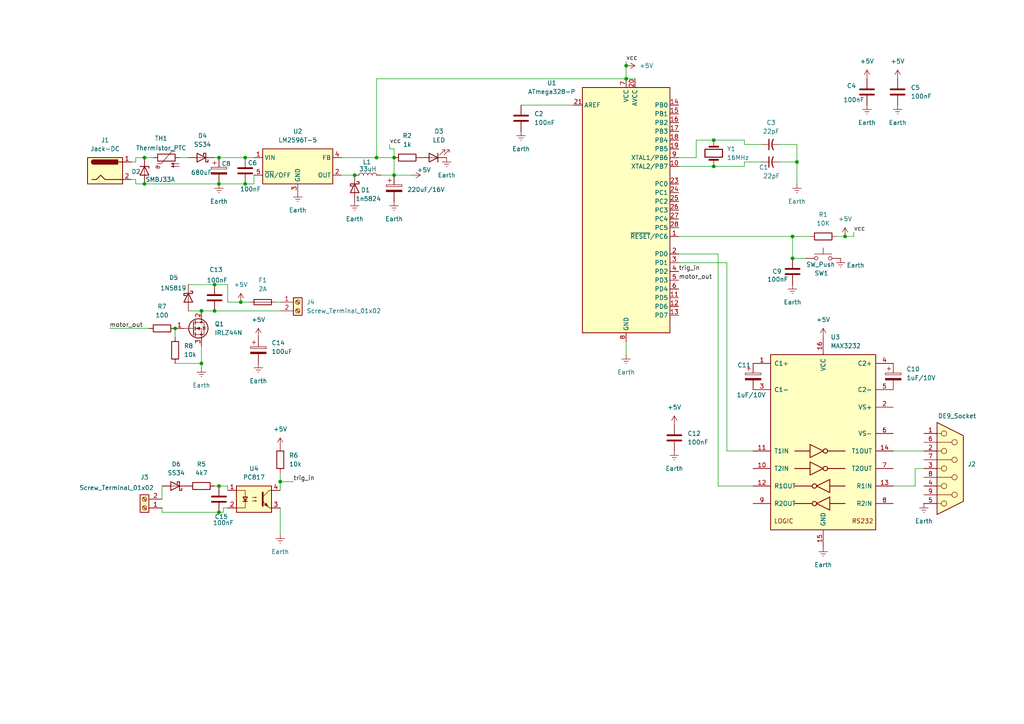
<source format=kicad_sch>
(kicad_sch (version 20250114) (generator "eeschema") (generator_version "9.0")
  (paper "A4")
  (title_block (title "Projeto de Controle com Microcontrolador") (date "2025-09-01") (company "Sillion"))
  (lib_symbols
    (symbol "Connector:DE9_Socket" (pin_names (offset 1.016) (hide yes))
      (property "Reference" "J" (at 0 13.97 0))
      (property "Value" "DE9_Socket" (at 0 -14.605 0))
      (symbol "DE9_Socket_0_1"
        (polyline (pts (xy -3.81 13.335) (xy -3.81 -13.335) (xy 3.81 -9.525) (xy 3.81 9.525) (xy -3.81 13.335)) (stroke (width 0.254)) (fill (type background)))
        (polyline (pts (xy -3.81 10.16) (xy -2.54 10.16)))
        (polyline (pts (xy -3.81 7.62) (xy 0.508 7.62)))
        (polyline (pts (xy -3.81 5.08) (xy -2.54 5.08)))
        (polyline (pts (xy -3.81 2.54) (xy 0.508 2.54)))
        (polyline (pts (xy -3.81 0) (xy -2.54 0)))
        (polyline (pts (xy -3.81 -2.54) (xy 0.508 -2.54)))
        (polyline (pts (xy -3.81 -5.08) (xy -2.54 -5.08)))
        (polyline (pts (xy -3.81 -7.62) (xy 0.508 -7.62)))
        (polyline (pts (xy -3.81 -10.16) (xy -2.54 -10.16)))
        (circle (center -1.778 10.16) (radius 0.762))
        (circle (center -1.778 5.08) (radius 0.762))
        (circle (center -1.778 0) (radius 0.762))
        (circle (center -1.778 -5.08) (radius 0.762))
        (circle (center -1.778 -10.16) (radius 0.762))
        (circle (center 1.27 7.62) (radius 0.762))
        (circle (center 1.27 2.54) (radius 0.762))
        (circle (center 1.27 -2.54) (radius 0.762))
        (circle (center 1.27 -7.62) (radius 0.762))
      )
      (symbol "DE9_Socket_1_1"
        (pin passive line (at -7.62 10.16 0) (length 3.81) (name "1") (number "1"))
        (pin passive line (at -7.62 7.62 0) (length 3.81) (name "6") (number "6"))
        (pin passive line (at -7.62 5.08 0) (length 3.81) (name "2") (number "2"))
        (pin passive line (at -7.62 2.54 0) (length 3.81) (name "7") (number "7"))
        (pin passive line (at -7.62 0 0) (length 3.81) (name "3") (number "3"))
        (pin passive line (at -7.62 -2.54 0) (length 3.81) (name "8") (number "8"))
        (pin passive line (at -7.62 -5.08 0) (length 3.81) (name "4") (number "4"))
        (pin passive line (at -7.62 -7.62 0) (length 3.81) (name "9") (number "9"))
        (pin passive line (at -7.62 -10.16 0) (length 3.81) (name "5") (number "5"))
      )
    )
    (symbol "Connector:Jack-DC" (pin_names (offset 1.016))
      (property "Reference" "J" (at 0 5.334 0))
      (property "Value" "Jack-DC" (at 0 -5.08 0))
      (symbol "Jack-DC_0_1"
        (rectangle (start -5.08 3.81) (end 5.08 -3.81) (stroke (width 0.254)) (fill (type background)))
        (polyline (pts (xy -3.81 -2.54) (xy -2.54 -2.54) (xy -1.27 -1.27) (xy 0 -2.54) (xy 2.54 -2.54) (xy 5.08 -2.54)) (stroke (width 0.254)))
        (arc (start -3.302 1.905) (mid -3.9343 2.54) (end -3.302 3.175) (stroke (width 0.254)))
        (arc (start -3.302 1.905) (mid -3.9343 2.54) (end -3.302 3.175) (stroke (width 0.254)) (fill (type outline)))
        (rectangle (start 3.683 3.175) (end -3.302 1.905) (stroke (width 0.254)) (fill (type outline)))
        (polyline (pts (xy 5.08 2.54) (xy 3.81 2.54)) (stroke (width 0.254)))
      )
      (symbol "Jack-DC_1_1"
        (pin passive line (at 7.62 2.54 180) (length 2.54) (name "~") (number "1"))
        (pin passive line (at 7.62 -2.54 180) (length 2.54) (name "~") (number "2"))
      )
    )
    (symbol "Connector:Screw_Terminal_01x02" (pin_names (offset 1.016) (hide yes))
      (property "Reference" "J" (at 0 2.54 0))
      (property "Value" "Screw_Terminal_01x02" (at 0 -5.08 0))
      (symbol "Screw_Terminal_01x02_1_1"
        (rectangle (start -1.27 1.27) (end 1.27 -3.81) (stroke (width 0.254)) (fill (type background)))
        (polyline (pts (xy -0.5334 0.3302) (xy 0.3302 -0.508)) (stroke (width 0.1524)))
        (polyline (pts (xy -0.5334 -2.2098) (xy 0.3302 -3.048)) (stroke (width 0.1524)))
        (polyline (pts (xy -0.3556 0.508) (xy 0.508 -0.3302)) (stroke (width 0.1524)))
        (polyline (pts (xy -0.3556 -2.032) (xy 0.508 -2.8702)) (stroke (width 0.1524)))
        (circle (center 0 0) (radius 0.635) (stroke (width 0.1524)))
        (circle (center 0 -2.54) (radius 0.635) (stroke (width 0.1524)))
        (pin passive line (at -5.08 0 0) (length 3.81) (name "Pin_1") (number "1"))
        (pin passive line (at -5.08 -2.54 0) (length 3.81) (name "Pin_2") (number "2"))
      )
    )
    (symbol "Device:C" (pin_numbers (hide yes)) (pin_names (offset 0.254))
      (property "Reference" "C" (at 0.635 2.54 0))
      (property "Value" "C" (at 0.635 -2.54 0))
      (symbol "C_0_1"
        (polyline (pts (xy -2.032 0.762) (xy 2.032 0.762)) (stroke (width 0.508)))
        (polyline (pts (xy -2.032 -0.762) (xy 2.032 -0.762)) (stroke (width 0.508)))
      )
      (symbol "C_1_1"
        (pin passive line (at 0 3.81 270) (length 2.794) (name "~") (number "1"))
        (pin passive line (at 0 -3.81 90) (length 2.794) (name "~") (number "2"))
      )
    )
    (symbol "Device:C_Polarized" (pin_numbers (hide yes)) (pin_names (offset 0.254))
      (property "Reference" "C" (at 0.635 2.54 0))
      (property "Value" "C_Polarized" (at 0.635 -2.54 0))
      (symbol "C_Polarized_0_1"
        (rectangle (start -2.286 0.508) (end 2.286 1.016))
        (polyline (pts (xy -1.778 2.286) (xy -0.762 2.286)))
        (polyline (pts (xy -1.27 2.794) (xy -1.27 1.778)))
        (rectangle (start 2.286 -0.508) (end -2.286 -1.016) (fill (type outline)))
      )
      (symbol "C_Polarized_1_1"
        (pin passive line (at 0 3.81 270) (length 2.794) (name "~") (number "1"))
        (pin passive line (at 0 -3.81 90) (length 2.794) (name "~") (number "2"))
      )
    )
    (symbol "Device:C_Small_US" (pin_numbers (hide yes)) (pin_names (offset 0.254) (hide yes))
      (property "Reference" "C" (at 0.254 1.778 0))
      (property "Value" "C_Small_US" (at 0.254 -2.032 0))
      (symbol "C_Small_US_0_1"
        (polyline (pts (xy -1.524 0.508) (xy 1.524 0.508)) (stroke (width 0.3048)))
        (arc (start -1.524 -0.762) (mid 0 -0.3734) (end 1.524 -0.762) (stroke (width 0.3048)))
      )
      (symbol "C_Small_US_1_1"
        (pin passive line (at 0 2.54 270) (length 2.032) (name "~") (number "1"))
        (pin passive line (at 0 -2.54 90) (length 2.032) (name "~") (number "2"))
      )
    )
    (symbol "Device:Crystal" (pin_numbers (hide yes)) (pin_names (offset 1.016) (hide yes))
      (property "Reference" "Y" (at 0 3.81 0))
      (property "Value" "Crystal" (at 0 -3.81 0))
      (symbol "Crystal_0_1"
        (polyline (pts (xy -2.54 0) (xy -1.905 0)))
        (polyline (pts (xy -1.905 -1.27) (xy -1.905 1.27)) (stroke (width 0.508)))
        (rectangle (start -1.143 2.54) (end 1.143 -2.54) (stroke (width 0.3048)))
        (polyline (pts (xy 1.905 -1.27) (xy 1.905 1.27)) (stroke (width 0.508)))
        (polyline (pts (xy 2.54 0) (xy 1.905 0)))
      )
      (symbol "Crystal_1_1"
        (pin passive line (at -3.81 0 0) (length 1.27) (name "1") (number "1"))
        (pin passive line (at 3.81 0 180) (length 1.27) (name "2") (number "2"))
      )
    )
    (symbol "Device:D_Schottky" (pin_numbers (hide yes)) (pin_names (offset 1.016) (hide yes))
      (property "Reference" "D" (at 0 2.54 0))
      (property "Value" "D_Schottky" (at 0 -2.54 0))
      (symbol "D_Schottky_0_1"
        (polyline (pts (xy -1.905 0.635) (xy -1.905 1.27) (xy -1.27 1.27) (xy -1.27 -1.27) (xy -0.635 -1.27) (xy -0.635 -0.635)) (stroke (width 0.254)))
        (polyline (pts (xy 1.27 1.27) (xy 1.27 -1.27) (xy -1.27 0) (xy 1.27 1.27)) (stroke (width 0.254)))
        (polyline (pts (xy 1.27 0) (xy -1.27 0)))
      )
      (symbol "D_Schottky_1_1"
        (pin passive line (at -3.81 0 0) (length 2.54) (name "K") (number "1"))
        (pin passive line (at 3.81 0 180) (length 2.54) (name "A") (number "2"))
      )
    )
    (symbol "Device:D_Zener" (pin_numbers (hide yes)) (pin_names (offset 1.016) (hide yes))
      (property "Reference" "D" (at 0 2.54 0))
      (property "Value" "D_Zener" (at 0 -2.54 0))
      (symbol "D_Zener_0_1"
        (polyline (pts (xy -1.27 -1.27) (xy -1.27 1.27) (xy -0.762 1.27)) (stroke (width 0.254)))
        (polyline (pts (xy 1.27 0) (xy -1.27 0)))
        (polyline (pts (xy 1.27 -1.27) (xy 1.27 1.27) (xy -1.27 0) (xy 1.27 -1.27)) (stroke (width 0.254)))
      )
      (symbol "D_Zener_1_1"
        (pin passive line (at -3.81 0 0) (length 2.54) (name "K") (number "1"))
        (pin passive line (at 3.81 0 180) (length 2.54) (name "A") (number "2"))
      )
    )
    (symbol "Device:Fuse" (pin_numbers (hide yes)) (pin_names (offset 0))
      (property "Reference" "F" (at 2.032 0 90))
      (property "Value" "Fuse" (at -1.905 0 90))
      (symbol "Fuse_0_1"
        (rectangle (start -0.762 -2.54) (end 0.762 2.54) (stroke (width 0.254)))
        (polyline (pts (xy 0 2.54) (xy 0 -2.54)))
      )
      (symbol "Fuse_1_1"
        (pin passive line (at 0 3.81 270) (length 1.27) (name "~") (number "1"))
        (pin passive line (at 0 -3.81 90) (length 1.27) (name "~") (number "2"))
      )
    )
    (symbol "Device:L" (pin_numbers (hide yes)) (pin_names (offset 1.016) (hide yes))
      (property "Reference" "L" (at -1.27 0 90))
      (property "Value" "L" (at 1.905 0 90))
      (symbol "L_0_1"
        (arc (start 0 2.54) (mid 0.6323 1.905) (end 0 1.27))
        (arc (start 0 1.27) (mid 0.6323 0.635) (end 0 0))
        (arc (start 0 0) (mid 0.6323 -0.635) (end 0 -1.27))
        (arc (start 0 -1.27) (mid 0.6323 -1.905) (end 0 -2.54))
      )
      (symbol "L_1_1"
        (pin passive line (at 0 3.81 270) (length 1.27) (name "1") (number "1"))
        (pin passive line (at 0 -3.81 90) (length 1.27) (name "2") (number "2"))
      )
    )
    (symbol "Device:LED" (pin_numbers (hide yes)) (pin_names (offset 1.016) (hide yes))
      (property "Reference" "D" (at 0 2.54 0))
      (property "Value" "LED" (at 0 -2.54 0))
      (symbol "LED_0_1"
        (polyline (pts (xy -3.048 -0.762) (xy -4.572 -2.286) (xy -3.81 -2.286) (xy -4.572 -2.286) (xy -4.572 -1.524)))
        (polyline (pts (xy -1.778 -0.762) (xy -3.302 -2.286) (xy -2.54 -2.286) (xy -3.302 -2.286) (xy -3.302 -1.524)))
        (polyline (pts (xy -1.27 0) (xy 1.27 0)))
        (polyline (pts (xy -1.27 -1.27) (xy -1.27 1.27)) (stroke (width 0.254)))
        (polyline (pts (xy 1.27 -1.27) (xy 1.27 1.27) (xy -1.27 0) (xy 1.27 -1.27)) (stroke (width 0.254)))
      )
      (symbol "LED_1_1"
        (pin passive line (at -3.81 0 0) (length 2.54) (name "K") (number "1"))
        (pin passive line (at 3.81 0 180) (length 2.54) (name "A") (number "2"))
      )
    )
    (symbol "Device:R" (pin_numbers (hide yes)) (pin_names (offset 0))
      (property "Reference" "R" (at 2.032 0 90))
      (property "Value" "R" (at 0 0 90))
      (symbol "R_0_1"
        (rectangle (start -1.016 -2.54) (end 1.016 2.54) (stroke (width 0.254)))
      )
      (symbol "R_1_1"
        (pin passive line (at 0 3.81 270) (length 1.27) (name "~") (number "1"))
        (pin passive line (at 0 -3.81 90) (length 1.27) (name "~") (number "2"))
      )
    )
    (symbol "Device:Thermistor_PTC" (pin_numbers (hide yes)) (pin_names (offset 0))
      (property "Reference" "TH" (at -4.064 0 90))
      (property "Value" "Thermistor_PTC" (at 3.048 0 90))
      (symbol "Thermistor_PTC_0_1"
        (arc (start -3.175 2.413) (mid -3.0506 2.3165) (end -3.048 2.159))
        (arc (start -3.048 2.794) (mid -2.9736 2.9736) (end -2.794 3.048))
        (arc (start -2.794 3.048) (mid -2.6144 2.9736) (end -2.54 2.794))
        (arc (start -2.794 2.54) (mid -2.9736 2.6144) (end -3.048 2.794))
        (arc (start -2.794 1.905) (mid -2.9736 1.9794) (end -3.048 2.159))
        (arc (start -2.54 2.159) (mid -2.6144 1.9794) (end -2.794 1.905))
        (arc (start -2.159 2.794) (mid -2.434 2.5608) (end -2.794 2.54))
        (polyline (pts (xy -2.54 2.159) (xy -2.54 2.794)))
        (polyline (pts (xy -2.54 -3.683) (xy -2.54 -1.397) (xy -2.794 -2.159) (xy -2.286 -2.159) (xy -2.54 -1.397) (xy -2.54 -1.651)) (fill (type outline)))
        (polyline (pts (xy -1.778 2.54) (xy -1.778 1.524) (xy 1.778 -1.524) (xy 1.778 -2.54)))
        (polyline (pts (xy -1.778 -3.683) (xy -1.778 -1.397) (xy -2.032 -2.159) (xy -1.524 -2.159) (xy -1.778 -1.397) (xy -1.778 -1.651)) (fill (type outline)))
        (rectangle (start -1.016 2.54) (end 1.016 -2.54) (stroke (width 0.254)))
      )
      (symbol "Thermistor_PTC_1_1"
        (pin passive line (at 0 3.81 270) (length 1.27) (name "~") (number "1"))
        (pin passive line (at 0 -3.81 90) (length 1.27) (name "~") (number "2"))
      )
    )
    (symbol "Diode:1N5819" (pin_numbers (hide yes)) (pin_names (offset 1.016) (hide yes))
      (property "Reference" "D" (at 0 2.54 0))
      (property "Value" "1N5819" (at 0 -2.54 0))
      (symbol "1N5819_0_1"
        (polyline (pts (xy -1.905 0.635) (xy -1.905 1.27) (xy -1.27 1.27) (xy -1.27 -1.27) (xy -0.635 -1.27) (xy -0.635 -0.635)) (stroke (width 0.254)))
        (polyline (pts (xy 1.27 1.27) (xy 1.27 -1.27) (xy -1.27 0) (xy 1.27 1.27)) (stroke (width 0.254)))
        (polyline (pts (xy 1.27 0) (xy -1.27 0)))
      )
      (symbol "1N5819_1_1"
        (pin passive line (at -3.81 0 0) (length 2.54) (name "K") (number "1"))
        (pin passive line (at 3.81 0 180) (length 2.54) (name "A") (number "2"))
      )
    )
    (symbol "Diode:SS34" (pin_numbers (hide yes)) (pin_names (offset 1.016) (hide yes))
      (property "Reference" "D" (at 0 2.54 0))
      (property "Value" "SS34" (at 0 -2.54 0))
      (symbol "SS34_0_1"
        (polyline (pts (xy -1.905 0.635) (xy -1.905 1.27) (xy -1.27 1.27) (xy -1.27 -1.27) (xy -0.635 -1.27) (xy -0.635 -0.635)) (stroke (width 0.254)))
        (polyline (pts (xy 1.27 1.27) (xy 1.27 -1.27) (xy -1.27 0) (xy 1.27 1.27)) (stroke (width 0.254)))
        (polyline (pts (xy 1.27 0) (xy -1.27 0)))
      )
      (symbol "SS34_1_1"
        (pin passive line (at -3.81 0 0) (length 2.54) (name "K") (number "1"))
        (pin passive line (at 3.81 0 180) (length 2.54) (name "A") (number "2"))
      )
    )
    (symbol "Interface_UART:MAX3232" (pin_names (offset 1.016))
      (property "Reference" "U" (at -2.54 28.575 0))
      (property "Value" "MAX3232" (at -2.54 26.67 0))
      (symbol "MAX3232_0_0"
        (text "LOGIC" (at -11.43 -22.86 0) (effects (font (size 1.27 1.27))))
        (text "RS232" (at 11.43 -22.86 0) (effects (font (size 1.27 1.27))))
      )
      (symbol "MAX3232_0_1"
        (rectangle (start -15.24 -25.4) (end 15.24 25.4) (stroke (width 0.254)) (fill (type background)))
        (polyline (pts (xy -3.81 -0.635) (xy -3.81 -4.445) (xy 0 -2.54) (xy -3.81 -0.635)) (stroke (width 0.254)))
        (polyline (pts (xy -3.81 -2.54) (xy -8.255 -2.54)) (stroke (width 0.254)))
        (polyline (pts (xy -3.81 -5.715) (xy -3.81 -9.525) (xy 0 -7.62) (xy -3.81 -5.715)) (stroke (width 0.254)))
        (polyline (pts (xy -3.81 -7.62) (xy -8.255 -7.62)) (stroke (width 0.254)))
        (polyline (pts (xy -3.175 -12.7) (xy -8.255 -12.7)) (stroke (width 0.254)))
        (polyline (pts (xy -3.175 -17.78) (xy -8.255 -17.78)) (stroke (width 0.254)))
        (circle (center -2.54 -12.7) (radius 0.635) (stroke (width 0.254)))
        (circle (center -2.54 -17.78) (radius 0.635) (stroke (width 0.254)))
        (circle (center 0.635 -2.54) (radius 0.635) (stroke (width 0.254)))
        (circle (center 0.635 -7.62) (radius 0.635) (stroke (width 0.254)))
        (polyline (pts (xy 1.27 -2.54) (xy 6.35 -2.54)) (stroke (width 0.254)))
        (polyline (pts (xy 1.27 -7.62) (xy 6.35 -7.62)) (stroke (width 0.254)))
        (polyline (pts (xy 1.905 -10.795) (xy 1.905 -14.605) (xy -1.905 -12.7) (xy 1.905 -10.795)) (stroke (width 0.254)))
        (polyline (pts (xy 1.905 -12.7) (xy 6.35 -12.7)) (stroke (width 0.254)))
        (polyline (pts (xy 1.905 -15.875) (xy 1.905 -19.685) (xy -1.905 -17.78) (xy 1.905 -15.875)) (stroke (width 0.254)))
        (polyline (pts (xy 1.905 -17.78) (xy 6.35 -17.78)) (stroke (width 0.254)))
      )
      (symbol "MAX3232_1_1"
        (pin passive line (at -20.32 22.86 0) (length 5.08) (name "C1+") (number "1"))
        (pin passive line (at -20.32 15.24 0) (length 5.08) (name "C1-") (number "3"))
        (pin input line (at -20.32 -2.54 0) (length 5.08) (name "T1IN") (number "11"))
        (pin input line (at -20.32 -7.62 0) (length 5.08) (name "T2IN") (number "10"))
        (pin output line (at -20.32 -12.7 0) (length 5.08) (name "R1OUT") (number "12"))
        (pin output line (at -20.32 -17.78 0) (length 5.08) (name "R2OUT") (number "9"))
        (pin power_in line (at 0 30.48 270) (length 5.08) (name "VCC") (number "16"))
        (pin power_in line (at 0 -30.48 90) (length 5.08) (name "GND") (number "15"))
        (pin passive line (at 20.32 22.86 180) (length 5.08) (name "C2+") (number "4"))
        (pin passive line (at 20.32 15.24 180) (length 5.08) (name "C2-") (number "5"))
        (pin power_out line (at 20.32 10.16 180) (length 5.08) (name "VS+") (number "2"))
        (pin power_out line (at 20.32 2.54 180) (length 5.08) (name "VS-") (number "6"))
        (pin output line (at 20.32 -2.54 180) (length 5.08) (name "T1OUT") (number "14"))
        (pin output line (at 20.32 -7.62 180) (length 5.08) (name "T2OUT") (number "7"))
        (pin input line (at 20.32 -12.7 180) (length 5.08) (name "R1IN") (number "13"))
        (pin input line (at 20.32 -17.78 180) (length 5.08) (name "R2IN") (number "8"))
      )
    )
    (symbol "Isolator:PC817" (pin_names (offset 1.016))
      (property "Reference" "U" (at -5.08 5.08 0))
      (property "Value" "PC817" (at 0 5.08 0))
      (symbol "PC817_0_1"
        (rectangle (start -5.08 3.81) (end 5.08 -3.81) (stroke (width 0.254)) (fill (type background)))
        (polyline (pts (xy -5.08 2.54) (xy -2.54 2.54) (xy -2.54 -0.635)))
        (polyline (pts (xy -3.175 -0.635) (xy -1.905 -0.635)) (stroke (width 0.254)))
        (polyline (pts (xy -2.54 -0.635) (xy -2.54 -2.54) (xy -5.08 -2.54)))
        (polyline (pts (xy -2.54 -0.635) (xy -3.175 0.635) (xy -1.905 0.635) (xy -2.54 -0.635)) (stroke (width 0.254)))
        (polyline (pts (xy -0.508 0.508) (xy 0.762 0.508) (xy 0.381 0.381) (xy 0.381 0.635) (xy 0.762 0.508)))
        (polyline (pts (xy -0.508 -0.508) (xy 0.762 -0.508) (xy 0.381 -0.635) (xy 0.381 -0.381) (xy 0.762 -0.508)))
        (polyline (pts (xy 2.54 1.905) (xy 2.54 -1.905)) (stroke (width 0.508)))
        (polyline (pts (xy 2.54 0.635) (xy 4.445 2.54)))
        (polyline (pts (xy 3.048 -1.651) (xy 3.556 -1.143) (xy 4.064 -2.159) (xy 3.048 -1.651)) (fill (type outline)))
        (polyline (pts (xy 4.445 2.54) (xy 5.08 2.54)))
        (polyline (pts (xy 4.445 -2.54) (xy 2.54 -0.635)) (fill (type outline)))
        (polyline (pts (xy 4.445 -2.54) (xy 5.08 -2.54)))
      )
      (symbol "PC817_1_1"
        (pin passive line (at -7.62 2.54 0) (length 2.54) (name "~") (number "1"))
        (pin passive line (at -7.62 -2.54 0) (length 2.54) (name "~") (number "2"))
        (pin passive line (at 7.62 2.54 180) (length 2.54) (name "~") (number "4"))
        (pin passive line (at 7.62 -2.54 180) (length 2.54) (name "~") (number "3"))
      )
    )
    (symbol "MCU_Microchip_ATmega:ATmega328-P"
      (property "Reference" "U" (at -12.7 36.83 0))
      (property "Value" "ATmega328-P" (at 2.54 -36.83 0))
      (symbol "ATmega328-P_0_1"
        (rectangle (start -12.7 -35.56) (end 12.7 35.56) (stroke (width 0.254)) (fill (type background)))
      )
      (symbol "ATmega328-P_1_1"
        (pin passive line (at -15.24 30.48 0) (length 2.54) (name "AREF") (number "21"))
        (pin power_in line (at 0 38.1 270) (length 2.54) (name "VCC") (number "7"))
        (pin passive line (at 0 -38.1 90) (length 2.54) (hide yes) (name "GND") (number "22"))
        (pin power_in line (at 0 -38.1 90) (length 2.54) (name "GND") (number "8"))
        (pin power_in line (at 2.54 38.1 270) (length 2.54) (name "AVCC") (number "20"))
        (pin bidirectional line (at 15.24 30.48 180) (length 2.54) (name "PB0") (number "14"))
        (pin bidirectional line (at 15.24 27.94 180) (length 2.54) (name "PB1") (number "15"))
        (pin bidirectional line (at 15.24 25.4 180) (length 2.54) (name "PB2") (number "16"))
        (pin bidirectional line (at 15.24 22.86 180) (length 2.54) (name "PB3") (number "17"))
        (pin bidirectional line (at 15.24 20.32 180) (length 2.54) (name "PB4") (number "18"))
        (pin bidirectional line (at 15.24 17.78 180) (length 2.54) (name "PB5") (number "19"))
        (pin bidirectional line (at 15.24 15.24 180) (length 2.54) (name "XTAL1/PB6") (number "9"))
        (pin bidirectional line (at 15.24 12.7 180) (length 2.54) (name "XTAL2/PB7") (number "10"))
        (pin bidirectional line (at 15.24 7.62 180) (length 2.54) (name "PC0") (number "23"))
        (pin bidirectional line (at 15.24 5.08 180) (length 2.54) (name "PC1") (number "24"))
        (pin bidirectional line (at 15.24 2.54 180) (length 2.54) (name "PC2") (number "25"))
        (pin bidirectional line (at 15.24 0 180) (length 2.54) (name "PC3") (number "26"))
        (pin bidirectional line (at 15.24 -2.54 180) (length 2.54) (name "PC4") (number "27"))
        (pin bidirectional line (at 15.24 -5.08 180) (length 2.54) (name "PC5") (number "28"))
        (pin bidirectional line (at 15.24 -7.62 180) (length 2.54) (name "~{RESET}/PC6") (number "1"))
        (pin bidirectional line (at 15.24 -12.7 180) (length 2.54) (name "PD0") (number "2"))
        (pin bidirectional line (at 15.24 -15.24 180) (length 2.54) (name "PD1") (number "3"))
        (pin bidirectional line (at 15.24 -17.78 180) (length 2.54) (name "PD2") (number "4"))
        (pin bidirectional line (at 15.24 -20.32 180) (length 2.54) (name "PD3") (number "5"))
        (pin bidirectional line (at 15.24 -22.86 180) (length 2.54) (name "PD4") (number "6"))
        (pin bidirectional line (at 15.24 -25.4 180) (length 2.54) (name "PD5") (number "11"))
        (pin bidirectional line (at 15.24 -27.94 180) (length 2.54) (name "PD6") (number "12"))
        (pin bidirectional line (at 15.24 -30.48 180) (length 2.54) (name "PD7") (number "13"))
      )
    )
    (symbol "Regulator_Switching:LM2596T-5"
      (property "Reference" "U" (at -10.16 6.35 0))
      (property "Value" "LM2596T-5" (at 0 6.35 0))
      (symbol "LM2596T-5_0_1"
        (rectangle (start -10.16 5.08) (end 10.16 -5.08) (stroke (width 0.254)) (fill (type background)))
      )
      (symbol "LM2596T-5_1_1"
        (pin power_in line (at -12.7 2.54 0) (length 2.54) (name "VIN") (number "1"))
        (pin input line (at -12.7 -2.54 0) (length 2.54) (name "~{ON}/OFF") (number "5"))
        (pin power_in line (at 0 -7.62 90) (length 2.54) (name "GND") (number "3"))
        (pin input line (at 12.7 2.54 180) (length 2.54) (name "FB") (number "4"))
        (pin output line (at 12.7 -2.54 180) (length 2.54) (name "OUT") (number "2"))
      )
    )
    (symbol "Switch:SW_Push" (pin_numbers (hide yes)) (pin_names (offset 1.016) (hide yes))
      (property "Reference" "SW" (at 1.27 2.54 0))
      (property "Value" "SW_Push" (at 0 -1.524 0))
      (symbol "SW_Push_0_1"
        (circle (center -2.032 0) (radius 0.508))
        (polyline (pts (xy 0 1.27) (xy 0 3.048)))
        (circle (center 2.032 0) (radius 0.508))
        (polyline (pts (xy 2.54 1.27) (xy -2.54 1.27)))
        (pin passive line (at -5.08 0 0) (length 2.54) (name "1") (number "1"))
        (pin passive line (at 5.08 0 180) (length 2.54) (name "2") (number "2"))
      )
    )
    (symbol "Transistor_FET:IRLZ44N" (pin_names (hide yes))
      (property "Reference" "Q" (at 5.08 1.905 0))
      (property "Value" "IRLZ44N" (at 5.08 0 0))
      (symbol "IRLZ44N_0_1"
        (polyline (pts (xy 0.254 1.905) (xy 0.254 -1.905)) (stroke (width 0.254)))
        (polyline (pts (xy 0.254 0) (xy -2.54 0)))
        (polyline (pts (xy 0.762 2.286) (xy 0.762 1.27)) (stroke (width 0.254)))
        (polyline (pts (xy 0.762 0.508) (xy 0.762 -0.508)) (stroke (width 0.254)))
        (polyline (pts (xy 0.762 -1.27) (xy 0.762 -2.286)) (stroke (width 0.254)))
        (polyline (pts (xy 0.762 -1.778) (xy 3.302 -1.778) (xy 3.302 1.778) (xy 0.762 1.778)))
        (polyline (pts (xy 1.016 0) (xy 2.032 0.381) (xy 2.032 -0.381) (xy 1.016 0)) (fill (type outline)))
        (circle (center 1.651 0) (radius 2.794) (stroke (width 0.254)))
        (polyline (pts (xy 2.54 2.54) (xy 2.54 1.778)))
        (circle (center 2.54 1.778) (radius 0.254) (fill (type outline)))
        (circle (center 2.54 -1.778) (radius 0.254) (fill (type outline)))
        (polyline (pts (xy 2.54 -2.54) (xy 2.54 0) (xy 0.762 0)))
        (polyline (pts (xy 2.794 0.508) (xy 2.921 0.381) (xy 3.683 0.381) (xy 3.81 0.254)))
        (polyline (pts (xy 3.302 0.381) (xy 2.921 -0.254) (xy 3.683 -0.254) (xy 3.302 0.381)))
      )
      (symbol "IRLZ44N_1_1"
        (pin input line (at -5.08 0 0) (length 2.54) (name "G") (number "1"))
        (pin passive line (at 2.54 5.08 270) (length 2.54) (name "D") (number "2"))
        (pin passive line (at 2.54 -5.08 90) (length 2.54) (name "S") (number "3"))
      )
    )
    (symbol "power:+5V" (power) (pin_numbers (hide yes)) (pin_names (offset 0) (hide yes))
      (property "Value" "+5V" (at 0 3.556 0))
      (symbol "+5V_0_1"
        (polyline (pts (xy -0.762 1.27) (xy 0 2.54)))
        (polyline (pts (xy 0 2.54) (xy 0.762 1.27)))
        (polyline (pts (xy 0 0) (xy 0 2.54)))
      )
      (symbol "+5V_1_1"
        (pin power_in line (at 0 0 90) (length 0) (name "~") (number "1"))
      )
    )
    (symbol "power:Earth" (power) (pin_numbers (hide yes)) (pin_names (offset 0) (hide yes))
      (property "Value" "Earth" (at 0 -3.81 0))
      (symbol "Earth_0_1"
        (polyline (pts (xy -0.635 -1.905) (xy 0.635 -1.905)))
        (polyline (pts (xy -0.127 -2.54) (xy 0.127 -2.54)))
        (polyline (pts (xy 0 -1.27) (xy 0 0)))
        (polyline (pts (xy 1.27 -1.27) (xy -1.27 -1.27)))
      )
      (symbol "Earth_1_1"
        (pin power_in line (at 0 0 270) (length 0) (name "~") (number "1"))
      )
    )
  )
  (junction (at 63.5 53.34))
  (junction (at 62.23 82.55))
  (junction (at 231.14 46.99))
  (junction (at 50.8 95.25))
  (junction (at 114.3 50.8))
  (junction (at 245.11 68.58))
  (junction (at 71.12 53.34))
  (junction (at 181.61 19.05))
  (junction (at 63.5 140.97))
  (junction (at 229.87 68.58))
  (junction (at 62.23 90.17))
  (junction (at 71.12 45.72))
  (junction (at 229.87 74.93))
  (junction (at 109.22 45.72))
  (junction (at 102.87 50.8))
  (junction (at 69.85 87.63))
  (junction (at 63.5 148.59))
  (junction (at 81.28 139.7))
  (junction (at 58.42 105.41))
  (junction (at 58.42 90.17))
  (junction (at 181.61 22.86))
  (junction (at 207.01 48.26))
  (junction (at 41.91 53.34))
  (junction (at 207.01 40.64))
  (junction (at 63.5 45.72))
  (junction (at 114.3 45.72))
  (junction (at 41.91 45.72))
  (wire (pts (xy 64.77 148.59) (xy 63.5 148.59)))
  (wire (pts (xy 210.82 130.81) (xy 218.44 130.81)))
  (wire (pts (xy 50.8 95.25) (xy 50.8 97.79)))
  (wire (pts (xy 242.57 68.58) (xy 245.11 68.58)))
  (wire (pts (xy 41.91 53.34) (xy 63.5 53.34)))
  (wire (pts (xy 66.04 87.63) (xy 69.85 87.63)))
  (wire (pts (xy 46.99 148.59) (xy 46.99 147.32)))
  (wire (pts (xy 208.28 73.66) (xy 208.28 140.97)))
  (wire (pts (xy 229.87 68.58) (xy 234.95 68.58)))
  (wire (pts (xy 71.12 45.72) (xy 73.66 45.72)))
  (wire (pts (xy 54.61 90.17) (xy 58.42 90.17)))
  (wire (pts (xy 109.22 45.72) (xy 114.3 45.72)))
  (wire (pts (xy 113.03 41.91) (xy 113.03 43.18)))
  (wire (pts (xy 247.65 67.31) (xy 247.65 68.58)))
  (wire (pts (xy 63.5 148.59) (xy 46.99 148.59)))
  (wire (pts (xy 39.37 52.07) (xy 39.37 53.34)))
  (wire (pts (xy 231.14 46.99) (xy 226.06 46.99)))
  (wire (pts (xy 81.28 139.7) (xy 81.28 142.24)))
  (wire (pts (xy 63.5 45.72) (xy 71.12 45.72)))
  (wire (pts (xy 231.14 41.91) (xy 231.14 46.99)))
  (wire (pts (xy 41.91 45.72) (xy 44.45 45.72)))
  (wire (pts (xy 58.42 105.41) (xy 58.42 106.68)))
  (wire (pts (xy 52.07 45.72) (xy 54.61 45.72)))
  (wire (pts (xy 226.06 41.91) (xy 231.14 41.91)))
  (wire (pts (xy 110.49 50.8) (xy 114.3 50.8)))
  (wire (pts (xy 220.98 41.91) (xy 215.9 41.91)))
  (wire (pts (xy 114.3 45.72) (xy 114.3 50.8)))
  (wire (pts (xy 62.23 45.72) (xy 63.5 45.72)))
  (wire (pts (xy 215.9 46.99) (xy 215.9 48.26)))
  (wire (pts (xy 80.01 87.63) (xy 81.28 87.63)))
  (wire (pts (xy 64.77 147.32) (xy 66.04 147.32)))
  (wire (pts (xy 109.22 22.86) (xy 181.61 22.86)))
  (wire (pts (xy 62.23 82.55) (xy 66.04 82.55)))
  (wire (pts (xy 196.85 73.66) (xy 208.28 73.66)))
  (wire (pts (xy 151.13 30.48) (xy 166.37 30.48)))
  (wire (pts (xy 81.28 147.32) (xy 81.28 154.94)))
  (wire (pts (xy 113.03 43.18) (xy 114.3 43.18)))
  (wire (pts (xy 181.61 19.05) (xy 181.61 22.86)))
  (wire (pts (xy 63.5 140.97) (xy 66.04 140.97)))
  (wire (pts (xy 81.28 139.7) (xy 85.09 139.7)))
  (wire (pts (xy 62.23 140.97) (xy 63.5 140.97)))
  (wire (pts (xy 73.66 50.8) (xy 73.66 53.34)))
  (wire (pts (xy 210.82 76.2) (xy 210.82 130.81)))
  (wire (pts (xy 267.97 135.89) (xy 265.43 135.89)))
  (wire (pts (xy 58.42 100.33) (xy 58.42 105.41)))
  (wire (pts (xy 54.61 82.55) (xy 62.23 82.55)))
  (wire (pts (xy 196.85 45.72) (xy 201.93 45.72)))
  (wire (pts (xy 265.43 140.97) (xy 259.08 140.97)))
  (wire (pts (xy 109.22 22.86) (xy 109.22 45.72)))
  (wire (pts (xy 229.87 74.93) (xy 229.87 68.58)))
  (wire (pts (xy 46.99 140.97) (xy 46.99 144.78)))
  (wire (pts (xy 73.66 53.34) (xy 71.12 53.34)))
  (wire (pts (xy 196.85 48.26) (xy 207.01 48.26)))
  (wire (pts (xy 259.08 130.81) (xy 267.97 130.81)))
  (wire (pts (xy 265.43 135.89) (xy 265.43 140.97)))
  (wire (pts (xy 99.06 45.72) (xy 109.22 45.72)))
  (wire (pts (xy 114.3 50.8) (xy 119.38 50.8)))
  (wire (pts (xy 201.93 45.72) (xy 201.93 40.64)))
  (wire (pts (xy 196.85 68.58) (xy 229.87 68.58)))
  (wire (pts (xy 50.8 105.41) (xy 58.42 105.41)))
  (wire (pts (xy 233.68 74.93) (xy 229.87 74.93)))
  (wire (pts (xy 181.61 17.78) (xy 181.61 19.05)))
  (wire (pts (xy 66.04 82.55) (xy 66.04 87.63)))
  (wire (pts (xy 39.37 46.99) (xy 39.37 45.72)))
  (wire (pts (xy 215.9 40.64) (xy 207.01 40.64)))
  (wire (pts (xy 99.06 50.8) (xy 102.87 50.8)))
  (wire (pts (xy 215.9 48.26) (xy 207.01 48.26)))
  (wire (pts (xy 215.9 41.91) (xy 215.9 40.64)))
  (wire (pts (xy 39.37 53.34) (xy 41.91 53.34)))
  (wire (pts (xy 63.5 53.34) (xy 71.12 53.34)))
  (wire (pts (xy 31.75 95.25) (xy 43.18 95.25)))
  (wire (pts (xy 220.98 46.99) (xy 215.9 46.99)))
  (wire (pts (xy 64.77 147.32) (xy 64.77 148.59)))
  (wire (pts (xy 231.14 46.99) (xy 231.14 53.34)))
  (wire (pts (xy 181.61 99.06) (xy 181.61 102.87)))
  (wire (pts (xy 58.42 90.17) (xy 62.23 90.17)))
  (wire (pts (xy 39.37 45.72) (xy 41.91 45.72)))
  (wire (pts (xy 196.85 76.2) (xy 210.82 76.2)))
  (wire (pts (xy 208.28 140.97) (xy 218.44 140.97)))
  (wire (pts (xy 66.04 140.97) (xy 66.04 142.24)))
  (wire (pts (xy 181.61 22.86) (xy 184.15 22.86)))
  (wire (pts (xy 81.28 137.16) (xy 81.28 139.7)))
  (wire (pts (xy 245.11 68.58) (xy 247.65 68.58)))
  (wire (pts (xy 38.1 46.99) (xy 39.37 46.99)))
  (wire (pts (xy 114.3 43.18) (xy 114.3 45.72)))
  (wire (pts (xy 69.85 87.63) (xy 72.39 87.63)))
  (wire (pts (xy 201.93 40.64) (xy 207.01 40.64)))
  (wire (pts (xy 38.1 52.07) (xy 39.37 52.07)))
  (wire (pts (xy 62.23 90.17) (xy 81.28 90.17)))
  (label "vcc" (at 113.03 41.91 0))
  (label "trig_in" (at 85.09 139.7 0))
  (label "vcc" (at 247.65 67.31 0))
  (label "motor_out" (at 196.85 81.28 0))
  (label "trig_in" (at 196.85 78.74 0))
  (label "motor_out" (at 31.75 95.25 0))
  (label "vcc" (at 181.61 17.78 0))
  (symbol (lib_id "Device:Crystal") (at 207.01 44.45 90) (unit 1)
    (property "Reference" "Y1" (at 210.82 43.1799 90) (effects (justify right)))
    (property "Value" "16MHz" (at 210.82 45.7199 90) (effects (justify right)))
    (property "Footprint" "Crystal:Crystal_HC49-4H_Vertical" (effects (hide yes)))
    (property "Description" "Two pin crystal" (effects (hide yes)))
  )
  (symbol (lib_id "Device:C") (at 260.35 26.67 0) (unit 1)
    (property "Reference" "C5" (at 264.16 25.3999 0) (effects (justify left)))
    (property "Value" "100nF" (at 264.16 27.9399 0) (effects (justify left)))
    (property "Footprint" "Capacitor_THT:C_Disc_D4.3mm_W1.9mm_P5.00mm" (effects (hide yes)))
    (property "Description" "Unpolarized capacitor" (effects (hide yes)))
  )
  (symbol (lib_id "Device:R") (at 81.28 133.35 180) (unit 1)
    (property "Reference" "R6" (at 83.82 132.0799 0) (effects (justify right)))
    (property "Value" "10k" (at 83.82 134.6199 0) (effects (justify right)))
    (property "Footprint" "Resistor_THT:R_Axial_DIN0207_L6.3mm_D2.5mm_P10.16mm_Horizontal" (effects (hide yes)))
    (property "Description" "Resistor" (effects (hide yes)))
  )
  (symbol (lib_id "power:Earth") (at 74.93 105.41 0) (unit 1)
    (property "Reference" "#PWR028" (effects (hide yes)))
    (property "Value" "Earth" (at 74.93 110.49 0))
    (property "Description" "Power symbol creates a global label with name \"Earth\"" (effects (hide yes)))
  )
  (symbol (lib_id "power:Earth") (at 195.58 130.81 0) (unit 1)
    (property "Reference" "#PWR021" (effects (hide yes)))
    (property "Value" "Earth" (at 195.58 135.89 0))
    (property "Description" "Power symbol creates a global label with name \"Earth\"" (effects (hide yes)))
  )
  (symbol (lib_id "Device:C_Small_US") (at 223.52 46.99 90) (unit 1)
    (property "Reference" "C1" (at 221.488 48.514 90))
    (property "Value" "22pF" (at 223.774 51.054 90))
    (property "Footprint" "Capacitor_THT:C_Disc_D4.3mm_W1.9mm_P5.00mm" (effects (hide yes)))
    (property "Description" "capacitor, small US symbol" (effects (hide yes)))
  )
  (symbol (lib_id "power:+5V") (at 81.28 129.54 0) (unit 1)
    (property "Reference" "#PWR024" (effects (hide yes)))
    (property "Value" "+5V" (at 81.28 124.46 0))
    (property "Description" "Power symbol creates a global label with name \"+5V\"" (effects (hide yes)))
  )
  (symbol (lib_id "Diode:SS34") (at 50.8 140.97 180) (unit 1)
    (property "Reference" "D6" (at 51.1175 134.62 0))
    (property "Value" "SS34" (at 51.1175 137.16 0))
    (property "Footprint" "Diode_SMD:D_SMA" (effects (hide yes)))
    (property "Datasheet" "https://www.vishay.com/docs/88751/ss32.pdf" (effects (hide yes)))
    (property "Description" "40V 3A Schottky Diode, SMA" (effects (hide yes)))
  )
  (symbol (lib_id "Device:R") (at 46.99 95.25 270) (unit 1)
    (property "Reference" "R7" (at 46.99 88.9 90))
    (property "Value" "100" (at 46.99 91.44 90))
    (property "Footprint" "Resistor_THT:R_Axial_DIN0207_L6.3mm_D2.5mm_P10.16mm_Horizontal" (effects (hide yes)))
    (property "Description" "Resistor" (effects (hide yes)))
  )
  (symbol (lib_id "Device:R") (at 58.42 140.97 90) (unit 1)
    (property "Reference" "R5" (at 58.42 134.62 90))
    (property "Value" "4k7" (at 58.42 137.16 90))
    (property "Footprint" "Resistor_THT:R_Axial_DIN0207_L6.3mm_D2.5mm_P10.16mm_Horizontal" (effects (hide yes)))
    (property "Description" "Resistor" (effects (hide yes)))
  )
  (symbol (lib_id "Device:C_Polarized") (at 218.44 109.22 0) (unit 1)
    (property "Reference" "C11" (at 213.868 105.918 0) (effects (justify left)))
    (property "Value" "1uF/10V" (at 213.614 114.554 0) (effects (justify left)))
    (property "Footprint" "Capacitor_SMD:C_0805_2012Metric" (effects (hide yes)))
    (property "Description" "Polarized capacitor" (effects (hide yes)))
  )
  (symbol (lib_id "Device:R") (at 238.76 68.58 90) (unit 1)
    (property "Reference" "R1" (at 238.76 62.23 90))
    (property "Value" "10K" (at 238.76 64.77 90))
    (property "Footprint" "Resistor_THT:R_Axial_DIN0207_L6.3mm_D2.5mm_P10.16mm_Horizontal" (effects (hide yes)))
    (property "Description" "Resistor" (effects (hide yes)))
  )
  (symbol (lib_id "Device:D_Schottky") (at 102.87 54.61 270) (unit 1)
    (property "Reference" "D1" (at 104.648 55.118 90) (effects (justify left)))
    (property "Value" "1n5824" (at 103.124 57.658 90) (effects (justify left)))
    (property "Footprint" "Package_TO_SOT_THT:TO-220-2_Vertical" (effects (hide yes)))
    (property "Description" "Schottky diode" (effects (hide yes)))
  )
  (symbol (lib_id "power:Earth") (at 267.97 146.05 0) (unit 1)
    (property "Reference" "#PWR022" (effects (hide yes)))
    (property "Value" "Earth" (at 267.97 151.13 0))
    (property "Description" "Power symbol creates a global label with name \"Earth\"" (effects (hide yes)))
  )
  (symbol (lib_id "power:Earth") (at 243.84 74.93 0) (unit 1)
    (property "Reference" "#PWR06" (effects (hide yes)))
    (property "Value" "Earth" (at 248.158 76.962 0))
    (property "Description" "Power symbol creates a global label with name \"Earth\"" (effects (hide yes)))
  )
  (symbol (lib_id "Device:C") (at 151.13 34.29 0) (unit 1)
    (property "Reference" "C2" (at 154.94 33.0199 0) (effects (justify left)))
    (property "Value" "100nF" (at 154.94 35.5599 0) (effects (justify left)))
    (property "Footprint" "Capacitor_THT:C_Disc_D4.3mm_W1.9mm_P5.00mm" (effects (hide yes)))
    (property "Description" "Unpolarized capacitor" (effects (hide yes)))
  )
  (symbol (lib_id "power:Earth") (at 81.28 154.94 0) (unit 1)
    (property "Reference" "#PWR023" (effects (hide yes)))
    (property "Value" "Earth" (at 81.28 160.02 0))
    (property "Description" "Power symbol creates a global label with name \"Earth\"" (effects (hide yes)))
  )
  (symbol (lib_id "Transistor_FET:IRLZ44N") (at 55.88 95.25 0) (unit 1)
    (property "Reference" "Q1" (at 62.23 93.9799 0) (effects (justify left)))
    (property "Value" "IRLZ44N" (at 62.23 96.5199 0) (effects (justify left)))
    (property "Footprint" "Package_TO_SOT_THT:TO-220-3_Vertical" (effects (hide yes)))
    (property "Datasheet" "http://www.irf.com/product-info/datasheets/data/irlz44n.pdf" (effects (hide yes)))
    (property "Description" "47A Id, 55V Vds, 22mOhm Rds Single N-Channel HEXFET Power MOSFET, TO-220AB" (effects (hide yes)))
  )
  (symbol (lib_id "power:Earth") (at 86.36 55.88 0) (unit 1)
    (property "Reference" "#PWR012" (effects (hide yes)))
    (property "Value" "Earth" (at 86.36 60.96 0))
    (property "Description" "Power symbol creates a global label with name \"Earth\"" (effects (hide yes)))
  )
  (symbol (lib_id "power:Earth") (at 151.13 38.1 0) (unit 1)
    (property "Reference" "#PWR03" (effects (hide yes)))
    (property "Value" "Earth" (at 151.13 43.18 0))
    (property "Description" "Power symbol creates a global label with name \"Earth\"" (effects (hide yes)))
  )
  (symbol (lib_id "Device:Fuse") (at 76.2 87.63 90) (unit 1)
    (property "Reference" "F1" (at 76.2 81.28 90))
    (property "Value" "2A" (at 76.2 83.82 90))
    (property "Footprint" "Fuse:Fuseholder_Clip-5x20mm_Bel_FC-203-22_Lateral_P17.80x5.00mm_D1.17mm_Horizontal" (effects (hide yes)))
    (property "Description" "Fuse" (effects (hide yes)))
  )
  (symbol (lib_id "Device:C") (at 251.46 26.67 0) (unit 1)
    (property "Reference" "C4" (at 245.618 24.892 0) (effects (justify left)))
    (property "Value" "100nF" (at 244.602 28.956 0) (effects (justify left)))
    (property "Footprint" "Capacitor_THT:C_Disc_D4.3mm_W1.9mm_P5.00mm" (effects (hide yes)))
    (property "Description" "Unpolarized capacitor" (effects (hide yes)))
  )
  (symbol (lib_id "Device:R") (at 50.8 101.6 0) (unit 1)
    (property "Reference" "R8" (at 53.34 100.3299 0) (effects (justify left)))
    (property "Value" "10k" (at 53.34 102.8699 0) (effects (justify left)))
    (property "Footprint" "Resistor_THT:R_Axial_DIN0207_L6.3mm_D2.5mm_P10.16mm_Horizontal" (effects (hide yes)))
    (property "Description" "Resistor" (effects (hide yes)))
  )
  (symbol (lib_id "Device:C") (at 195.58 127 0) (unit 1)
    (property "Reference" "C12" (at 199.39 125.7299 0) (effects (justify left)))
    (property "Value" "100nF" (at 199.39 128.2699 0) (effects (justify left)))
    (property "Footprint" "Capacitor_THT:C_Disc_D4.3mm_W1.9mm_P5.00mm" (effects (hide yes)))
    (property "Description" "Unpolarized capacitor" (effects (hide yes)))
  )
  (symbol (lib_id "Device:C_Polarized") (at 74.93 101.6 0) (unit 1)
    (property "Reference" "C14" (at 78.74 99.4409 0) (effects (justify left)))
    (property "Value" "100uF" (at 78.74 101.9809 0) (effects (justify left)))
    (property "Footprint" "Capacitor_THT:CP_Radial_D5.0mm_P2.50mm" (effects (hide yes)))
    (property "Description" "Polarized capacitor" (effects (hide yes)))
  )
  (symbol (lib_id "Connector:Screw_Terminal_01x02") (at 86.36 87.63 0) (unit 1)
    (property "Reference" "J4" (at 88.9 87.6299 0) (effects (justify left)))
    (property "Value" "Screw_Terminal_01x02" (at 88.9 90.1699 0) (effects (justify left)))
    (property "Footprint" "TerminalBlock:TerminalBlock_Altech_AK300-2_P5.00mm" (effects (hide yes)))
    (property "Description" "Generic screw terminal, single row, 01x02, script generated (kicad-library-utils/schlib/autogen/connector/)" (effects (hide yes)))
  )
  (symbol (lib_id "Connector:DE9_Socket") (at 275.59 135.89 0) (unit 1)
    (property "Reference" "J2" (at 280.67 134.6199 0) (effects (justify left)))
    (property "Value" "DE9_Socket" (at 272.034 120.65 0) (effects (justify left)))
    (property "Footprint" "Connector_Dsub:DSUB-9_Socket_Horizontal_P2.77x2.84mm_EdgePinOffset4.94mm_Housed_MountingHolesOffset4.94mm" (effects (hide yes)))
    (property "Description" "9-pin D-SUB connector, socket (female)" (effects (hide yes)))
  )
  (symbol (lib_id "power:Earth") (at 231.14 53.34 0) (unit 1)
    (property "Reference" "#PWR01" (effects (hide yes)))
    (property "Value" "Earth" (at 231.14 58.42 0))
    (property "Description" "Power symbol creates a global label with name \"Earth\"" (effects (hide yes)))
  )
  (symbol (lib_id "Interface_UART:MAX3232") (at 238.76 128.27 0) (unit 1)
    (property "Reference" "U3" (at 240.9033 97.79 0) (effects (justify left)))
    (property "Value" "MAX3232" (at 240.9033 100.33 0) (effects (justify left)))
    (property "Footprint" "Package_SO:JEITA_SOIC-16_3.9x9.9mm_P1.27mm" (effects (hide yes)))
    (property "Datasheet" "https://datasheets.maximintegrated.com/en/ds/MAX3222-MAX3241.pdf" (effects (hide yes)))
    (property "Description" "3.0V to 5.5V, Low-Power, up to 1Mbps, True RS-232 Transceivers Using Four 0.1μF External Capacitors" (effects (hide yes)))
  )
  (symbol (lib_id "power:Earth") (at 229.87 82.55 0) (unit 1)
    (property "Reference" "#PWR017" (effects (hide yes)))
    (property "Value" "Earth" (at 229.87 87.63 0))
    (property "Description" "Power symbol creates a global label with name \"Earth\"" (effects (hide yes)))
  )
  (symbol (lib_id "power:Earth") (at 114.3 58.42 0) (unit 1)
    (property "Reference" "#PWR014" (effects (hide yes)))
    (property "Value" "Earth" (at 114.3 63.5 0))
    (property "Description" "Power symbol creates a global label with name \"Earth\"" (effects (hide yes)))
  )
  (symbol (lib_id "Diode:1N5819") (at 54.61 86.36 270) (unit 1)
    (property "Reference" "D5" (at 49.022 80.518 90) (effects (justify left)))
    (property "Value" "1N5819" (at 46.482 83.566 90) (effects (justify left)))
    (property "Footprint" "Diode_THT:D_DO-41_SOD81_P10.16mm_Horizontal" (effects (hide yes)))
    (property "Datasheet" "http://www.vishay.com/docs/88525/1n5817.pdf" (effects (hide yes)))
    (property "Description" "40V 1A Schottky Barrier Rectifier Diode, DO-41" (effects (hide yes)))
  )
  (symbol (lib_id "power:+5V") (at 195.58 123.19 0) (unit 1)
    (property "Reference" "#PWR020" (effects (hide yes)))
    (property "Value" "+5V" (at 195.58 118.11 0))
    (property "Description" "Power symbol creates a global label with name \"+5V\"" (effects (hide yes)))
  )
  (symbol (lib_id "Switch:SW_Push") (at 238.76 74.93 0) (unit 1)
    (property "Reference" "SW1" (at 238.252 79.248 0))
    (property "Value" "SW_Push" (at 237.998 76.708 0))
    (property "Footprint" "Button_Switch_THT:SW_PUSH_6mm_H5mm" (effects (hide yes)))
    (property "Description" "Push button switch, generic, two pins" (effects (hide yes)))
  )
  (symbol (lib_id "power:+5V") (at 181.61 19.05 270) (unit 1)
    (property "Reference" "#PWR05" (effects (hide yes)))
    (property "Value" "+5V" (at 185.42 19.0499 90) (effects (justify left)))
    (property "Description" "Power symbol creates a global label with name \"+5V\"" (effects (hide yes)))
  )
  (symbol (lib_id "Device:R") (at 118.11 45.72 90) (unit 1)
    (property "Reference" "R2" (at 118.11 39.37 90))
    (property "Value" "1k" (at 118.11 41.91 90))
    (property "Footprint" "Resistor_THT:R_Axial_DIN0207_L6.3mm_D2.5mm_P10.16mm_Horizontal" (effects (hide yes)))
    (property "Description" "Resistor" (effects (hide yes)))
  )
  (symbol (lib_id "Connector:Screw_Terminal_01x02") (at 41.91 147.32 180) (unit 1)
    (property "Reference" "J3" (at 41.91 138.43 0))
    (property "Value" "Screw_Terminal_01x02" (at 33.782 141.478 0))
    (property "Footprint" "TerminalBlock:TerminalBlock_Altech_AK300-2_P5.00mm" (effects (hide yes)))
    (property "Description" "Generic screw terminal, single row, 01x02, script generated (kicad-library-utils/schlib/autogen/connector/)" (effects (hide yes)))
  )
  (symbol (lib_id "power:+5V") (at 260.35 22.86 0) (unit 1)
    (property "Reference" "#PWR08" (effects (hide yes)))
    (property "Value" "+5V" (at 260.35 17.78 0))
    (property "Description" "Power symbol creates a global label with name \"+5V\"" (effects (hide yes)))
  )
  (symbol (lib_id "Regulator_Switching:LM2596T-5") (at 86.36 48.26 0) (unit 1)
    (property "Reference" "U2" (at 86.36 38.1 0))
    (property "Value" "LM2596T-5" (at 86.36 40.64 0))
    (property "Footprint" "Package_TO_SOT_THT:TO-220-5_P3.4x3.7mm_StaggerOdd_Lead3.8mm_Vertical" (effects (hide yes)))
    (property "Datasheet" "http://www.ti.com/lit/ds/symlink/lm2596.pdf" (effects (hide yes)))
    (property "Description" "5V 3A 150kHz Step-Down Voltage Regulator, TO-220" (effects (hide yes)))
  )
  (symbol (lib_id "Device:C") (at 63.5 144.78 0) (unit 1)
    (property "Reference" "C15" (at 62.23 149.86 0) (effects (justify left)))
    (property "Value" "100nF" (at 61.722 151.638 0) (effects (justify left)))
    (property "Footprint" "Capacitor_THT:C_Disc_D4.3mm_W1.9mm_P5.00mm" (effects (hide yes)))
    (property "Description" "Unpolarized capacitor" (effects (hide yes)))
  )
  (symbol (lib_id "power:+5V") (at 69.85 87.63 0) (unit 1)
    (property "Reference" "#PWR026" (effects (hide yes)))
    (property "Value" "+5V" (at 69.85 82.55 0))
    (property "Description" "Power symbol creates a global label with name \"+5V\"" (effects (hide yes)))
  )
  (symbol (lib_id "power:Earth") (at 260.35 30.48 0) (unit 1)
    (property "Reference" "#PWR010" (effects (hide yes)))
    (property "Value" "Earth" (at 260.35 35.56 0))
    (property "Description" "Power symbol creates a global label with name \"Earth\"" (effects (hide yes)))
  )
  (symbol (lib_id "power:+5V") (at 251.46 22.86 0) (unit 1)
    (property "Reference" "#PWR07" (effects (hide yes)))
    (property "Value" "+5V" (at 251.46 17.78 0))
    (property "Description" "Power symbol creates a global label with name \"+5V\"" (effects (hide yes)))
  )
  (symbol (lib_id "Device:C_Polarized") (at 63.5 49.53 0) (unit 1)
    (property "Reference" "C8" (at 64.262 47.498 0) (effects (justify left)))
    (property "Value" "680uF" (at 55.372 50.038 0) (effects (justify left)))
    (property "Footprint" "Capacitor_THT:CP_Radial_D13.0mm_P7.50mm" (effects (hide yes)))
    (property "Description" "Polarized capacitor" (effects (hide yes)))
  )
  (symbol (lib_id "power:Earth") (at 102.87 58.42 0) (unit 1)
    (property "Reference" "#PWR013" (effects (hide yes)))
    (property "Value" "Earth" (at 102.87 63.5 0))
    (property "Description" "Power symbol creates a global label with name \"Earth\"" (effects (hide yes)))
  )
  (symbol (lib_id "Diode:SS34") (at 58.42 45.72 180) (unit 1)
    (property "Reference" "D4" (at 58.7375 39.37 0))
    (property "Value" "SS34" (at 58.7375 41.91 0))
    (property "Footprint" "Diode_SMD:D_SMA" (effects (hide yes)))
    (property "Datasheet" "https://www.vishay.com/docs/88751/ss32.pdf" (effects (hide yes)))
    (property "Description" "40V 3A Schottky Diode, SMA" (effects (hide yes)))
  )
  (symbol (lib_id "power:+5V") (at 119.38 50.8 270) (unit 1)
    (property "Reference" "#PWR04" (effects (hide yes)))
    (property "Value" "+5V" (at 120.904 49.276 90) (effects (justify left)))
    (property "Description" "Power symbol creates a global label with name \"+5V\"" (effects (hide yes)))
  )
  (symbol (lib_id "Device:C_Polarized") (at 259.08 109.22 0) (unit 1)
    (property "Reference" "C10" (at 262.89 107.0609 0) (effects (justify left)))
    (property "Value" "1uF/10V" (at 262.89 109.6009 0) (effects (justify left)))
    (property "Footprint" "Capacitor_SMD:C_0805_2012Metric" (effects (hide yes)))
    (property "Description" "Polarized capacitor" (effects (hide yes)))
  )
  (symbol (lib_id "Device:C_Polarized") (at 114.3 54.61 0) (unit 1)
    (property "Reference" "C7" (effects (hide yes)))
    (property "Value" "220uF/16V" (at 118.11 54.9909 0) (effects (justify left)))
    (property "Footprint" "Capacitor_THT:CP_Radial_D8.0mm_P5.00mm" (effects (hide yes)))
    (property "Description" "Polarized capacitor" (effects (hide yes)))
  )
  (symbol (lib_id "power:+5V") (at 245.11 68.58 0) (unit 1)
    (property "Reference" "#PWR015" (effects (hide yes)))
    (property "Value" "+5V" (at 245.11 63.5 0))
    (property "Description" "Power symbol creates a global label with name \"+5V\"" (effects (hide yes)))
  )
  (symbol (lib_id "Device:C_Small_US") (at 223.52 41.91 90) (unit 1)
    (property "Reference" "C3" (at 223.647 35.56 90))
    (property "Value" "22pF" (at 223.647 38.1 90))
    (property "Footprint" "Capacitor_THT:C_Disc_D4.3mm_W1.9mm_P5.00mm" (effects (hide yes)))
    (property "Description" "capacitor, small US symbol" (effects (hide yes)))
  )
  (symbol (lib_id "Device:Thermistor_PTC") (at 48.26 45.72 90) (unit 1)
    (property "Reference" "TH1" (at 46.736 40.132 90))
    (property "Value" "Thermistor_PTC" (at 46.736 42.926 90))
    (property "Footprint" "Fuse:Fuse_BelFuse_0ZRE0025FF_L9.6mm_W3.8mm" (effects (hide yes)))
    (property "Description" "Temperature dependent resistor, positive temperature coefficient" (effects (hide yes)))
  )
  (symbol (lib_id "Isolator:PC817") (at 73.66 144.78 0) (unit 1)
    (property "Reference" "U4" (at 73.66 135.89 0))
    (property "Value" "PC817" (at 73.66 138.43 0))
    (property "Footprint" "Package_DIP:DIP-4_W7.62mm" (effects (hide yes)))
    (property "Datasheet" "http://www.soselectronic.cz/a_info/resource/d/pc817.pdf" (effects (hide yes)))
    (property "Description" "DC Optocoupler, Vce 35V, CTR 50-300%, DIP-4" (effects (hide yes)))
  )
  (symbol (lib_id "power:+5V") (at 238.76 97.79 0) (unit 1)
    (property "Reference" "#PWR018" (effects (hide yes)))
    (property "Value" "+5V" (at 238.76 92.71 0))
    (property "Description" "Power symbol creates a global label with name \"+5V\"" (effects (hide yes)))
  )
  (symbol (lib_id "Device:L") (at 106.68 50.8 90) (unit 1)
    (property "Reference" "L1" (at 106.426 46.99 90))
    (property "Value" "33uH" (at 106.68 49.022 90))
    (property "Footprint" "Inductor_THT:L_Radial_D12.5mm_P7.00mm_Fastron_09HCP" (effects (hide yes)))
    (property "Description" "Inductor" (effects (hide yes)))
  )
  (symbol (lib_id "power:Earth") (at 251.46 30.48 0) (unit 1)
    (property "Reference" "#PWR09" (effects (hide yes)))
    (property "Value" "Earth" (at 251.46 35.56 0))
    (property "Description" "Power symbol creates a global label with name \"Earth\"" (effects (hide yes)))
  )
  (symbol (lib_id "Connector:Jack-DC") (at 30.48 49.53 0) (unit 1)
    (property "Reference" "J1" (at 30.48 40.64 0))
    (property "Value" "Jack-DC" (at 30.48 43.18 0))
    (property "Footprint" "Connector_BarrelJack:BarrelJack_Horizontal" (effects (hide yes)))
    (property "Description" "DC Barrel Jack" (effects (hide yes)))
  )
  (symbol (lib_id "power:+5V") (at 74.93 97.79 0) (unit 1)
    (property "Reference" "#PWR027" (effects (hide yes)))
    (property "Value" "+5V" (at 74.93 92.71 0))
    (property "Description" "Power symbol creates a global label with name \"+5V\"" (effects (hide yes)))
  )
  (symbol (lib_id "MCU_Microchip_ATmega:ATmega328-P") (at 181.61 60.96 0) (unit 1)
    (property "Reference" "U1" (at 160.02 24.0598 0))
    (property "Value" "ATmega328-P" (at 160.02 26.5998 0))
    (property "Footprint" "Package_DIP:DIP-28_W7.62mm" (effects (hide yes)))
    (property "Datasheet" "http://ww1.microchip.com/downloads/en/DeviceDoc/ATmega328_P%20AVR%20MCU%20with%20picoPower%20Technology%20Data%20Sheet%2040001984A.pdf" (effects (hide yes)))
    (property "Description" "20MHz, 32kB Flash, 2kB SRAM, 1kB EEPROM, DIP-28" (effects (hide yes)))
  )
  (symbol (lib_id "power:Earth") (at 58.42 106.68 0) (unit 1)
    (property "Reference" "#PWR025" (effects (hide yes)))
    (property "Value" "Earth" (at 58.42 111.76 0))
    (property "Description" "Power symbol creates a global label with name \"Earth\"" (effects (hide yes)))
  )
  (symbol (lib_id "Device:LED") (at 125.73 45.72 180) (unit 1)
    (property "Reference" "D3" (at 127.3175 38.1 0))
    (property "Value" "LED" (at 127.3175 40.64 0))
    (property "Footprint" "LED_THT:LED_D5.0mm" (effects (hide yes)))
    (property "Description" "Light emitting diode" (effects (hide yes)))
    (property "Sim.Pins" "1=K 2=A" (effects (hide yes)))
  )
  (symbol (lib_id "power:Earth") (at 129.54 45.72 0) (unit 1)
    (property "Reference" "#PWR016" (effects (hide yes)))
    (property "Value" "Earth" (at 129.54 50.8 0))
    (property "Description" "Power symbol creates a global label with name \"Earth\"" (effects (hide yes)))
  )
  (symbol (lib_id "power:Earth") (at 63.5 53.34 0) (unit 1)
    (property "Reference" "#PWR011" (effects (hide yes)))
    (property "Value" "Earth" (at 63.5 58.42 0))
    (property "Description" "Power symbol creates a global label with name \"Earth\"" (effects (hide yes)))
  )
  (symbol (lib_id "power:Earth") (at 238.76 158.75 0) (unit 1)
    (property "Reference" "#PWR019" (effects (hide yes)))
    (property "Value" "Earth" (at 238.76 163.83 0))
    (property "Description" "Power symbol creates a global label with name \"Earth\"" (effects (hide yes)))
  )
  (symbol (lib_id "Device:C") (at 71.12 49.53 0) (unit 1)
    (property "Reference" "C6" (at 71.882 47.244 0) (effects (justify left)))
    (property "Value" "100nF" (at 69.596 54.864 0) (effects (justify left)))
    (property "Footprint" "Capacitor_THT:C_Disc_D4.3mm_W1.9mm_P5.00mm" (effects (hide yes)))
    (property "Description" "Unpolarized capacitor" (effects (hide yes)))
  )
  (symbol (lib_id "Device:C") (at 62.23 86.36 0) (unit 1)
    (property "Reference" "C13" (at 60.706 78.232 0) (effects (justify left)))
    (property "Value" "100nF" (at 59.944 81.28 0) (effects (justify left)))
    (property "Footprint" "Capacitor_THT:C_Disc_D4.3mm_W1.9mm_P5.00mm" (effects (hide yes)))
    (property "Description" "Unpolarized capacitor" (effects (hide yes)))
  )
  (symbol (lib_id "Device:D_Zener") (at 41.91 49.53 270) (unit 1)
    (property "Reference" "D2" (at 38.1 49.784 90) (effects (justify left)))
    (property "Value" "SMBJ33A" (at 42.164 52.07 90) (effects (justify left)))
    (property "Footprint" "Diode_SMD:D_SMB" (effects (hide yes)))
    (property "Description" "Zener diode" (effects (hide yes)))
  )
  (symbol (lib_id "Device:C") (at 229.87 78.74 0) (unit 1)
    (property "Reference" "C9" (at 224.028 78.74 0) (effects (justify left)))
    (property "Value" "100nF" (at 222.504 81.026 0) (effects (justify left)))
    (property "Footprint" "Capacitor_THT:C_Disc_D4.3mm_W1.9mm_P5.00mm" (effects (hide yes)))
    (property "Description" "Unpolarized capacitor" (effects (hide yes)))
  )
  (symbol (lib_id "power:Earth") (at 181.61 102.87 0) (unit 1)
    (property "Reference" "#PWR02" (effects (hide yes)))
    (property "Value" "Earth" (at 181.61 107.95 0))
    (property "Description" "Power symbol creates a global label with name \"Earth\"" (effects (hide yes)))
  )
)
</source>
